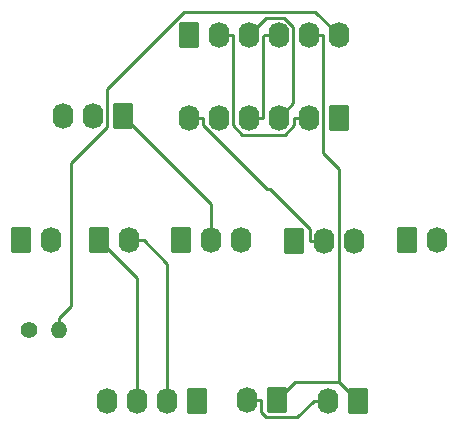
<source format=gbr>
G04 #@! TF.GenerationSoftware,KiCad,Pcbnew,(6.0.7-1)-1*
G04 #@! TF.CreationDate,2023-10-30T20:06:15+10:00*
G04 #@! TF.ProjectId,CONTROLLER_Radar Altimeter,434f4e54-524f-44c4-9c45-525f52616461,1*
G04 #@! TF.SameCoordinates,Original*
G04 #@! TF.FileFunction,Copper,L2,Bot*
G04 #@! TF.FilePolarity,Positive*
%FSLAX46Y46*%
G04 Gerber Fmt 4.6, Leading zero omitted, Abs format (unit mm)*
G04 Created by KiCad (PCBNEW (6.0.7-1)-1) date 2023-10-30 20:06:15*
%MOMM*%
%LPD*%
G01*
G04 APERTURE LIST*
G04 Aperture macros list*
%AMRoundRect*
0 Rectangle with rounded corners*
0 $1 Rounding radius*
0 $2 $3 $4 $5 $6 $7 $8 $9 X,Y pos of 4 corners*
0 Add a 4 corners polygon primitive as box body*
4,1,4,$2,$3,$4,$5,$6,$7,$8,$9,$2,$3,0*
0 Add four circle primitives for the rounded corners*
1,1,$1+$1,$2,$3*
1,1,$1+$1,$4,$5*
1,1,$1+$1,$6,$7*
1,1,$1+$1,$8,$9*
0 Add four rect primitives between the rounded corners*
20,1,$1+$1,$2,$3,$4,$5,0*
20,1,$1+$1,$4,$5,$6,$7,0*
20,1,$1+$1,$6,$7,$8,$9,0*
20,1,$1+$1,$8,$9,$2,$3,0*%
G04 Aperture macros list end*
G04 #@! TA.AperFunction,ComponentPad*
%ADD10RoundRect,0.250000X-0.620000X-0.845000X0.620000X-0.845000X0.620000X0.845000X-0.620000X0.845000X0*%
G04 #@! TD*
G04 #@! TA.AperFunction,ComponentPad*
%ADD11O,1.740000X2.190000*%
G04 #@! TD*
G04 #@! TA.AperFunction,ComponentPad*
%ADD12C,1.400000*%
G04 #@! TD*
G04 #@! TA.AperFunction,ComponentPad*
%ADD13O,1.400000X1.400000*%
G04 #@! TD*
G04 #@! TA.AperFunction,ComponentPad*
%ADD14RoundRect,0.250000X0.620000X0.845000X-0.620000X0.845000X-0.620000X-0.845000X0.620000X-0.845000X0*%
G04 #@! TD*
G04 #@! TA.AperFunction,Conductor*
%ADD15C,0.250000*%
G04 #@! TD*
G04 APERTURE END LIST*
D10*
X64660000Y-75210000D03*
D11*
X67200000Y-75210000D03*
D10*
X31990000Y-75210000D03*
D11*
X34530000Y-75210000D03*
D10*
X45520000Y-75210000D03*
D11*
X48060000Y-75210000D03*
X50600000Y-75210000D03*
D10*
X46160000Y-57830000D03*
D11*
X48700000Y-57830000D03*
X51240000Y-57830000D03*
X53780000Y-57830000D03*
X56320000Y-57830000D03*
X58860000Y-57830000D03*
D12*
X32660000Y-82810000D03*
D13*
X35200000Y-82810000D03*
D10*
X55070000Y-75230000D03*
D11*
X57610000Y-75230000D03*
X60150000Y-75230000D03*
D10*
X38610000Y-75210000D03*
D11*
X41150000Y-75210000D03*
D14*
X46900000Y-88810000D03*
D11*
X44360000Y-88810000D03*
X41820000Y-88810000D03*
X39280000Y-88810000D03*
D14*
X53610000Y-88760000D03*
D11*
X51070000Y-88760000D03*
D14*
X58860000Y-64830000D03*
D11*
X56320000Y-64830000D03*
X53780000Y-64830000D03*
X51240000Y-64830000D03*
X48700000Y-64830000D03*
X46160000Y-64830000D03*
D14*
X40600000Y-64680000D03*
D11*
X38060000Y-64680000D03*
X35520000Y-64680000D03*
D14*
X60490000Y-88790000D03*
D11*
X57950000Y-88790000D03*
D15*
X56903200Y-55873200D02*
X58860000Y-57830000D01*
X45813200Y-55873200D02*
X56903200Y-55873200D01*
X39271800Y-62414600D02*
X45813200Y-55873200D01*
X39271800Y-65634300D02*
X39271800Y-62414600D01*
X36225300Y-68680800D02*
X39271800Y-65634300D01*
X36225300Y-80759400D02*
X36225300Y-68680800D01*
X35200000Y-81784700D02*
X36225300Y-80759400D01*
X35200000Y-82810000D02*
X35200000Y-81784700D01*
X41820000Y-78420000D02*
X41820000Y-88810000D01*
X38610000Y-75210000D02*
X41820000Y-78420000D01*
X48060000Y-72140000D02*
X48060000Y-75210000D01*
X40600000Y-64680000D02*
X48060000Y-72140000D01*
X52265300Y-89769500D02*
X52265300Y-88760000D01*
X52688700Y-90192900D02*
X52265300Y-89769500D01*
X55351800Y-90192900D02*
X52688700Y-90192900D01*
X56754700Y-88790000D02*
X55351800Y-90192900D01*
X57950000Y-88790000D02*
X56754700Y-88790000D01*
X51070000Y-88760000D02*
X52265300Y-88760000D01*
X56320000Y-57830000D02*
X57515300Y-57830000D01*
X55190000Y-87180000D02*
X53610000Y-88760000D01*
X58880000Y-87180000D02*
X55190000Y-87180000D01*
X60490000Y-88790000D02*
X58880000Y-87180000D01*
X57515300Y-67838300D02*
X57515300Y-57830000D01*
X58880000Y-69203000D02*
X57515300Y-67838300D01*
X58880000Y-87180000D02*
X58880000Y-69203000D01*
X56414700Y-74239800D02*
X56414700Y-75230000D01*
X53053000Y-70878100D02*
X56414700Y-74239800D01*
X52831500Y-70878100D02*
X53053000Y-70878100D01*
X47355300Y-65401900D02*
X52831500Y-70878100D01*
X47355300Y-64830000D02*
X47355300Y-65401900D01*
X46160000Y-64830000D02*
X47355300Y-64830000D01*
X57610000Y-75230000D02*
X56414700Y-75230000D01*
X52435300Y-57979400D02*
X52584700Y-57830000D01*
X52435300Y-64830000D02*
X52435300Y-57979400D01*
X53780000Y-57830000D02*
X52584700Y-57830000D01*
X51240000Y-64830000D02*
X52435300Y-64830000D01*
X52696400Y-56373600D02*
X51240000Y-57830000D01*
X54248700Y-56373600D02*
X52696400Y-56373600D01*
X54999500Y-57124400D02*
X54248700Y-56373600D01*
X54999500Y-63610500D02*
X54999500Y-57124400D01*
X53780000Y-64830000D02*
X54999500Y-63610500D01*
X49895300Y-65465100D02*
X49895300Y-57830000D01*
X50682800Y-66252600D02*
X49895300Y-65465100D01*
X54299700Y-66252600D02*
X50682800Y-66252600D01*
X55124700Y-65427600D02*
X54299700Y-66252600D01*
X55124700Y-64830000D02*
X55124700Y-65427600D01*
X56320000Y-64830000D02*
X55124700Y-64830000D01*
X48700000Y-57830000D02*
X49895300Y-57830000D01*
X44360000Y-77224700D02*
X42345300Y-75210000D01*
X44360000Y-88810000D02*
X44360000Y-77224700D01*
X41150000Y-75210000D02*
X42345300Y-75210000D01*
M02*

</source>
